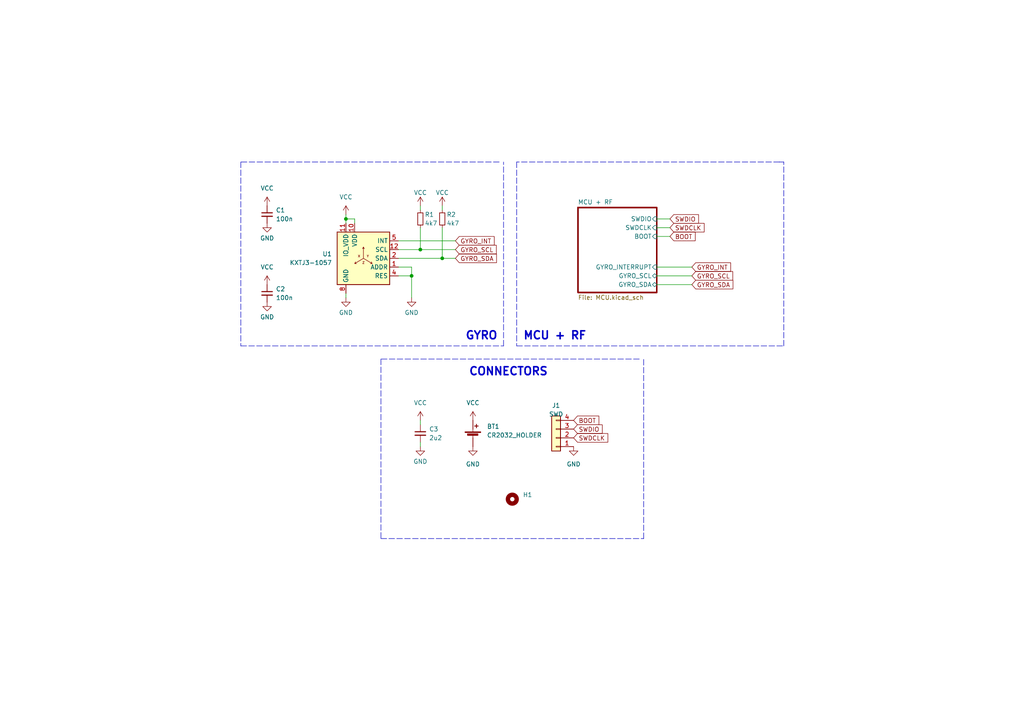
<source format=kicad_sch>
(kicad_sch (version 20211123) (generator eeschema)
  (paper "A4")
  (title_block (title "cockTag Main Sheet") (date "2022-11-06") (rev "A") (company "cockTag") (comment 1 "Proudly challenging the well-established Polish tracking tag industry"))
  (lib_symbols
    (symbol "Connector_Generic:Conn_01x04" (pin_names (offset 1.016) hide)
      (property "Reference" "J" (at 0 5.08 0))
      (property "Value" "Conn_01x04" (at 0 -7.62 0))
      (symbol "Conn_01x04_1_1"
        (rectangle (start -1.27 -4.953) (end 0 -5.207) (stroke (width 0.1524)))
        (rectangle (start -1.27 -2.413) (end 0 -2.667) (stroke (width 0.1524)))
        (rectangle (start -1.27 0.127) (end 0 -0.127) (stroke (width 0.1524)))
        (rectangle (start -1.27 2.667) (end 0 2.413) (stroke (width 0.1524)))
        (rectangle (start -1.27 3.81) (end 1.27 -6.35) (stroke (width 0.254)) (fill (type background)))
        (pin passive line (at -5.08 2.54 0) (length 3.81) (name "Pin_1") (number "1"))
        (pin passive line (at -5.08 0 0) (length 3.81) (name "Pin_2") (number "2"))
        (pin passive line (at -5.08 -2.54 0) (length 3.81) (name "Pin_3") (number "3"))
        (pin passive line (at -5.08 -5.08 0) (length 3.81) (name "Pin_4") (number "4"))
      )
    )
    (symbol "Device:Battery_Cell" (pin_numbers hide) (pin_names (offset 0) hide)
      (property "Reference" "BT" (at 2.54 2.54 0))
      (property "Value" "Battery_Cell" (at 2.54 0 0))
      (symbol "Battery_Cell_0_1"
        (rectangle (start -2.286 1.778) (end 2.286 1.524) (fill (type outline)))
        (rectangle (start -1.5748 1.1938) (end 1.4732 0.6858) (fill (type outline)))
        (polyline (pts (xy 0 0.762) (xy 0 0)))
        (polyline (pts (xy 0 1.778) (xy 0 2.54)))
        (polyline (pts (xy 0.508 3.429) (xy 1.524 3.429)) (stroke (width 0.254)))
        (polyline (pts (xy 1.016 3.937) (xy 1.016 2.921)) (stroke (width 0.254)))
      )
      (symbol "Battery_Cell_1_1"
        (pin passive line (at 0 5.08 270) (length 2.54) (name "+") (number "1"))
        (pin passive line (at 0 -2.54 90) (length 2.54) (name "-") (number "2"))
      )
    )
    (symbol "Device:C_Small" (pin_numbers hide) (pin_names (offset 0.254) hide)
      (property "Reference" "C" (at 0.254 1.778 0))
      (property "Value" "C_Small" (at 0.254 -2.032 0))
      (symbol "C_Small_0_1"
        (polyline (pts (xy -1.524 -0.508) (xy 1.524 -0.508)) (stroke (width 0.3302)))
        (polyline (pts (xy -1.524 0.508) (xy 1.524 0.508)) (stroke (width 0.3048)))
      )
      (symbol "C_Small_1_1"
        (pin passive line (at 0 2.54 270) (length 2.032) (name "~") (number "1"))
        (pin passive line (at 0 -2.54 90) (length 2.032) (name "~") (number "2"))
      )
    )
    (symbol "Device:R_Small" (pin_numbers hide) (pin_names (offset 0.254) hide)
      (property "Reference" "R" (at 0.762 0.508 0))
      (property "Value" "R_Small" (at 0.762 -1.016 0))
      (symbol "R_Small_0_1"
        (rectangle (start -0.762 1.778) (end 0.762 -1.778) (stroke (width 0.2032)))
      )
      (symbol "R_Small_1_1"
        (pin passive line (at 0 2.54 270) (length 0.762) (name "~") (number "1"))
        (pin passive line (at 0 -2.54 90) (length 0.762) (name "~") (number "2"))
      )
    )
    (symbol "Mechanical:MountingHole" (pin_names (offset 1.016))
      (property "Reference" "H" (at 0 5.08 0))
      (property "Value" "MountingHole" (at 0 3.175 0))
      (symbol "MountingHole_0_1"
        (circle (center 0 0) (radius 1.27) (stroke (width 1.27)))
      )
    )
    (symbol "Sensor_Motion:KXTJ3-1057"
      (property "Reference" "U" (at -1.27 11.43 0))
      (property "Value" "KXTJ3-1057" (at -1.27 8.89 0))
      (symbol "KXTJ3-1057_0_0"
        (text "X" (at -1.27 0.635 0) (effects (font (size 0.635 0.635) bold)))
        (text "Y" (at 1.27 0.635 0) (effects (font (size 0.635 0.635) bold)))
        (text "Z" (at 0 -1.27 0) (effects (font (size 0.635 0.635) bold)))
      )
      (symbol "KXTJ3-1057_0_1"
        (rectangle (start -7.62 7.62) (end 7.62 -7.62) (stroke (width 0.254)) (fill (type background)))
        (polyline (pts (xy 0 0) (xy 0 3.302) (xy 0.254 2.794) (xy 0 3.302) (xy -0.254 2.794) (xy 0 3.302) (xy 0 0) (xy 2.54 -1.524) (xy 2.286 -1.016) (xy 2.54 -1.524) (xy 2.032 -1.524) (xy 2.54 -1.524) (xy 0 0) (xy -2.54 -1.524) (xy -2.286 -1.016) (xy -2.54 -1.524) (xy -2.032 -1.524)))
      )
      (symbol "KXTJ3-1057_1_1"
        (pin input line (at 10.16 -2.54 180) (length 2.54) (name "ADDR") (number "1"))
        (pin power_in line (at -2.54 10.16 270) (length 2.54) (name "VDD") (number "10"))
        (pin power_in line (at -5.08 10.16 270) (length 2.54) (name "IO_VDD") (number "11"))
        (pin input line (at 10.16 2.54 180) (length 2.54) (name "SCL") (number "12"))
        (pin bidirectional line (at 10.16 0 180) (length 2.54) (name "SDA") (number "2"))
        (pin passive line (at -5.08 10.16 270) (length 2.54) hide (name "IO_VDD") (number "3"))
        (pin passive line (at 10.16 -5.08 180) (length 2.54) (name "RES") (number "4"))
        (pin output line (at 10.16 5.08 180) (length 2.54) (name "INT") (number "5"))
        (pin passive line (at -5.08 -10.16 90) (length 2.54) hide (name "GND") (number "6"))
        (pin passive line (at -2.54 10.16 270) (length 2.54) hide (name "VDD") (number "7"))
        (pin power_in line (at -5.08 -10.16 90) (length 2.54) (name "GND") (number "8"))
        (pin passive line (at -5.08 -10.16 90) (length 2.54) hide (name "GND") (number "9"))
      )
    )
    (symbol "power:GND" (power) (pin_names (offset 0))
      (property "Value" "GND" (at 0 -3.81 0))
      (symbol "GND_0_1"
        (polyline (pts (xy 0 0) (xy 0 -1.27) (xy 1.27 -1.27) (xy 0 -2.54) (xy -1.27 -1.27) (xy 0 -1.27)))
      )
      (symbol "GND_1_1"
        (pin power_in line (at 0 0 270) (length 0) hide (name "GND") (number "1"))
      )
    )
    (symbol "power:VCC" (power) (pin_names (offset 0))
      (property "Value" "VCC" (at 0 3.81 0))
      (symbol "VCC_0_1"
        (polyline (pts (xy -0.762 1.27) (xy 0 2.54)))
        (polyline (pts (xy 0 0) (xy 0 2.54)))
        (polyline (pts (xy 0 2.54) (xy 0.762 1.27)))
      )
      (symbol "VCC_1_1"
        (pin power_in line (at 0 0 90) (length 0) hide (name "VCC") (number "1"))
      )
    )
  )
  (junction (at 100.33 63.5))
  (junction (at 128.27 74.93))
  (junction (at 119.38 80.01))
  (junction (at 121.92 72.39))
  (wire (pts (xy 121.92 72.39) (xy 132.08 72.39)))
  (wire (pts (xy 115.57 72.39) (xy 121.92 72.39)))
  (wire (pts (xy 100.33 62.23) (xy 100.33 63.5)))
  (wire (pts (xy 190.5 82.55) (xy 200.66 82.55)))
  (wire (pts (xy 100.33 63.5) (xy 100.33 64.77)))
  (polyline (pts (xy 227.33 100.33) (xy 227.33 46.99)))
  (polyline (pts (xy 186.69 156.21) (xy 186.69 104.14)))
  (wire (pts (xy 100.33 85.09) (xy 100.33 86.36)))
  (wire (pts (xy 190.5 68.58) (xy 194.31 68.58)))
  (wire (pts (xy 119.38 80.01) (xy 115.57 80.01)))
  (wire (pts (xy 121.92 66.04) (xy 121.92 72.39)))
  (wire (pts (xy 121.92 129.54) (xy 121.92 128.27)))
  (polyline (pts (xy 185.42 104.14) (xy 110.49 104.14)))
  (wire (pts (xy 190.5 63.5) (xy 194.31 63.5)))
  (wire (pts (xy 128.27 74.93) (xy 132.08 74.93)))
  (wire (pts (xy 115.57 77.47) (xy 119.38 77.47)))
  (polyline (pts (xy 110.49 156.21) (xy 186.69 156.21)))
  (wire (pts (xy 121.92 121.92) (xy 121.92 123.19)))
  (wire (pts (xy 121.92 60.96) (xy 121.92 59.69)))
  (polyline (pts (xy 110.49 104.14) (xy 110.49 156.21)))
  (wire (pts (xy 100.33 63.5) (xy 102.87 63.5)))
  (polyline (pts (xy 144.78 46.99) (xy 69.85 46.99)))
  (wire (pts (xy 190.5 66.04) (xy 194.31 66.04)))
  (wire (pts (xy 115.57 74.93) (xy 128.27 74.93)))
  (polyline (pts (xy 69.85 100.33) (xy 146.05 100.33)))
  (polyline (pts (xy 226.06 46.99) (xy 227.33 46.99)))
  (polyline (pts (xy 69.85 46.99) (xy 69.85 100.33)))
  (wire (pts (xy 132.08 69.85) (xy 115.57 69.85)))
  (wire (pts (xy 119.38 86.36) (xy 119.38 80.01)))
  (polyline (pts (xy 226.06 46.99) (xy 149.86 46.99)))
  (wire (pts (xy 119.38 77.47) (xy 119.38 80.01)))
  (wire (pts (xy 128.27 66.04) (xy 128.27 74.93)))
  (wire (pts (xy 190.5 77.47) (xy 200.66 77.47)))
  (polyline (pts (xy 149.86 100.33) (xy 227.33 100.33)))
  (polyline (pts (xy 149.86 46.99) (xy 149.86 100.33)))
  (wire (pts (xy 190.5 80.01) (xy 200.66 80.01)))
  (polyline (pts (xy 146.05 100.33) (xy 146.05 46.99)))
  (wire (pts (xy 128.27 59.69) (xy 128.27 60.96)))
  (wire (pts (xy 102.87 63.5) (xy 102.87 64.77)))
  (text "CONNECTORS" (at 135.89 109.22 0) (effects (font (size 2.3 2.3) (thickness 0.46) bold) (justify left bottom)))
  (text "MCU + RF\n" (at 151.638 98.806 0) (effects (font (size 2.3 2.3) (thickness 0.46) bold) (justify left bottom)))
  (text "GYRO" (at 134.874 98.806 0) (effects (font (size 2.3 2.3) (thickness 0.46) bold) (justify left bottom)))
  (global_label "BOOT" (shape input) (at 194.31 68.58 0) (property "Intersheet References" "${INTERSHEET_REFS}" (effects hide)))
  (global_label "SWDIO" (shape input) (at 194.31 63.5 0) (property "Intersheet References" "${INTERSHEET_REFS}" (effects hide)))
  (global_label "SWDIO" (shape input) (at 166.37 124.46 0) (property "Intersheet References" "${INTERSHEET_REFS}" (effects hide)))
  (global_label "GYRO_SCL" (shape input) (at 132.08 72.39 0) (property "Intersheet References" "${INTERSHEET_REFS}" (effects hide)))
  (global_label "SWDCLK" (shape input) (at 166.37 127 0) (property "Intersheet References" "${INTERSHEET_REFS}" (effects hide)))
  (global_label "GYRO_INT" (shape input) (at 132.08 69.85 0) (property "Intersheet References" "${INTERSHEET_REFS}" (effects hide)))
  (global_label "GYRO_SDA" (shape input) (at 132.08 74.93 0) (property "Intersheet References" "${INTERSHEET_REFS}" (effects hide)))
  (global_label "GYRO_SCL" (shape input) (at 200.66 80.01 0) (property "Intersheet References" "${INTERSHEET_REFS}" (effects hide)))
  (global_label "GYRO_SDA" (shape input) (at 200.66 82.55 0) (property "Intersheet References" "${INTERSHEET_REFS}" (effects hide)))
  (global_label "SWDCLK" (shape input) (at 194.31 66.04 0) (property "Intersheet References" "${INTERSHEET_REFS}" (effects hide)))
  (global_label "GYRO_INT" (shape input) (at 200.66 77.47 0) (property "Intersheet References" "${INTERSHEET_REFS}" (effects hide)))
  (global_label "BOOT" (shape input) (at 166.37 121.92 0) (property "Intersheet References" "${INTERSHEET_REFS}" (effects hide)))
  (symbol (lib_id "power:GND") (at 119.38 86.36 0) (unit 1)
    (property "Reference" "#PWR08" (effects hide))
    (property "Value" "GND" (at 119.38 90.678 0))
  )
  (symbol (lib_id "Device:C_Small") (at 77.47 85.09 0) (unit 1)
    (property "Reference" "C2" (at 80.01 83.8262 0) (effects (justify left)))
    (property "Value" "100n" (at 80.01 86.3662 0) (effects (justify left)))
    (property "Footprint" "Capacitor_SMD:C_0402_1005Metric" (effects hide))
    (property "LCSC" "C359190" (effects hide))
  )
  (symbol (lib_id "power:GND") (at 77.47 64.77 0) (unit 1)
    (property "Reference" "#PWR05" (effects hide))
    (property "Value" "GND" (at 77.47 69.088 0))
  )
  (symbol (lib_id "Device:C_Small") (at 77.47 62.23 0) (unit 1)
    (property "Reference" "C1" (at 80.01 60.9662 0) (effects (justify left)))
    (property "Value" "100n" (at 80.01 63.5062 0) (effects (justify left)))
    (property "Footprint" "Capacitor_SMD:C_0402_1005Metric" (effects hide))
    (property "LCSC" "C359190" (effects hide))
  )
  (symbol (lib_id "power:VCC") (at 121.92 121.92 0) (unit 1)
    (property "Reference" "#PWR010" (effects hide))
    (property "Value" "VCC" (at 121.92 116.84 0))
  )
  (symbol (lib_id "Device:C_Small") (at 121.92 125.73 0) (unit 1)
    (property "Reference" "C3" (at 124.46 124.4662 0) (effects (justify left)))
    (property "Value" "2u2" (at 124.46 127.0062 0) (effects (justify left)))
    (property "Footprint" "Capacitor_SMD:C_0603_1608Metric" (effects hide))
  )
  (symbol (lib_id "Connector_Generic:Conn_01x04") (at 161.29 127 180) (unit 1)
    (property "Reference" "J1" (at 161.29 117.602 0))
    (property "Value" "SWD" (at 161.29 120.142 0))
    (property "Footprint" "Connector_PinHeader_1.27mm:PinHeader_1x04_P1.27mm_Vertical" (effects hide))
  )
  (symbol (lib_id "Sensor_Motion:KXTJ3-1057") (at 105.41 74.93 0) (unit 1)
    (property "Reference" "U1" (at 96.266 73.6599 0) (effects (justify right)))
    (property "Value" "KXTJ3-1057" (at 96.266 76.1999 0) (effects (justify right)))
    (property "Footprint" "Package_LGA:Kionix_LGA-12_2x2mm_P0.5mm_LayoutBorder2x4y" (effects hide))
    (property "Datasheet" "http://kionixfs.kionix.com/en/datasheet/KXTJ3-1057-Specifications-Rev-5.0.pdf" (effects hide))
    (property "LCSC" "C442603" (effects hide))
  )
  (symbol (lib_id "power:VCC") (at 137.16 121.92 0) (unit 1)
    (property "Reference" "#PWR011" (effects hide))
    (property "Value" "VCC" (at 137.16 116.84 0))
  )
  (symbol (lib_id "power:GND") (at 77.47 87.63 0) (unit 1)
    (property "Reference" "#PWR09" (effects hide))
    (property "Value" "GND" (at 77.47 91.948 0))
  )
  (symbol (lib_id "power:VCC") (at 121.92 59.69 0) (unit 1)
    (property "Reference" "#PWR02" (effects hide))
    (property "Value" "VCC" (at 121.92 55.88 0))
  )
  (symbol (lib_id "power:VCC") (at 128.27 59.69 0) (unit 1)
    (property "Reference" "#PWR03" (effects hide))
    (property "Value" "VCC" (at 128.27 55.88 0))
  )
  (symbol (lib_id "power:GND") (at 137.16 129.54 0) (unit 1)
    (property "Reference" "#PWR013" (effects hide))
    (property "Value" "GND" (at 137.16 134.62 0))
  )
  (symbol (lib_id "power:GND") (at 100.33 86.36 0) (unit 1)
    (property "Reference" "#PWR07" (effects hide))
    (property "Value" "GND" (at 100.33 90.678 0))
  )
  (symbol (lib_id "power:GND") (at 166.37 129.54 0) (unit 1)
    (property "Reference" "#PWR014" (effects hide))
    (property "Value" "GND" (at 166.37 134.62 0))
  )
  (symbol (lib_id "power:VCC") (at 77.47 82.55 0) (unit 1)
    (property "Reference" "#PWR06" (effects hide))
    (property "Value" "VCC" (at 77.47 77.47 0))
  )
  (symbol (lib_id "power:VCC") (at 77.47 59.69 0) (unit 1)
    (property "Reference" "#PWR01" (effects hide))
    (property "Value" "VCC" (at 77.47 54.61 0))
  )
  (symbol (lib_id "power:VCC") (at 100.33 62.23 0) (unit 1)
    (property "Reference" "#PWR04" (effects hide))
    (property "Value" "VCC" (at 100.33 57.15 0))
  )
  (symbol (lib_id "Mechanical:MountingHole") (at 148.59 144.78 0) (unit 1)
    (property "Reference" "H1" (at 151.638 143.5099 0) (effects (justify left)))
    (property "Value" "MountingHole_Pad" (effects hide))
    (property "Footprint" "MountingHole:MountingHole_2.2mm_M2" (effects hide))
  )
  (symbol (lib_id "Device:Battery_Cell") (at 137.16 127 0) (unit 1)
    (property "Reference" "BT1" (at 141.224 123.6979 0) (effects (justify left)))
    (property "Value" "CR2032_HOLDER" (at 141.224 126.2379 0) (effects (justify left)))
    (property "Footprint" "Library:MY-2032-01" (effects hide))
  )
  (symbol (lib_id "Device:R_Small") (at 128.27 63.5 0) (unit 1)
    (property "Reference" "R2" (at 129.54 62.23 0) (effects (justify left)))
    (property "Value" "4k7" (at 129.54 64.77 0) (effects (justify left)))
    (property "Footprint" "Resistor_SMD:R_0402_1005Metric" (effects hide))
  )
  (symbol (lib_id "Device:R_Small") (at 121.92 63.5 0) (unit 1)
    (property "Reference" "R1" (at 123.19 62.23 0) (effects (justify left)))
    (property "Value" "4k7" (at 123.19 64.77 0) (effects (justify left)))
    (property "Footprint" "Resistor_SMD:R_0402_1005Metric" (effects hide))
  )
  (symbol (lib_id "power:GND") (at 121.92 129.54 0) (unit 1)
    (property "Reference" "#PWR012" (effects hide))
    (property "Value" "GND" (at 121.92 133.858 0))
  )
  (sheet (at 167.64 60.198) (size 22.86 24.638) (stroke (width 0.4))
    (property "Sheet name" "MCU + RF" (at 167.64 59.3626 0) (effects (justify left bottom)))
    (property "Sheet file" "MCU.kicad_sch" (at 167.64 85.5444 0) (effects (justify left top)))
    (pin "SWDIO" input (at 190.5 63.5 0))
    (pin "SWDCLK" input (at 190.5 66.04 0))
    (pin "GYRO_INTERRUPT" input (at 190.5 77.47 0))
    (pin "GYRO_SCL" bidirectional (at 190.5 80.01 0))
    (pin "GYRO_SDA" bidirectional (at 190.5 82.55 0))
    (pin "BOOT" input (at 190.5 68.58 0))
  )
)
</source>
